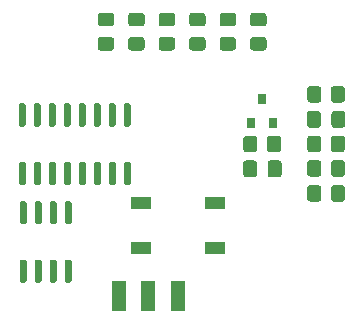
<source format=gbr>
%TF.GenerationSoftware,KiCad,Pcbnew,(5.1.9-0-10_14)*%
%TF.CreationDate,2021-04-10T21:21:16-04:00*%
%TF.ProjectId,Hexo,4865786f-2e6b-4696-9361-645f70636258,1*%
%TF.SameCoordinates,Original*%
%TF.FileFunction,Paste,Top*%
%TF.FilePolarity,Positive*%
%FSLAX46Y46*%
G04 Gerber Fmt 4.6, Leading zero omitted, Abs format (unit mm)*
G04 Created by KiCad (PCBNEW (5.1.9-0-10_14)) date 2021-04-10 21:21:16*
%MOMM*%
%LPD*%
G01*
G04 APERTURE LIST*
%ADD10R,1.250000X2.500000*%
%ADD11R,1.700000X1.000000*%
%ADD12R,0.800000X0.900000*%
G04 APERTURE END LIST*
%TO.C,R3*%
G36*
G01*
X163022498Y-96858999D02*
X163022498Y-97759001D01*
G75*
G02*
X162772499Y-98009000I-249999J0D01*
G01*
X162072497Y-98009000D01*
G75*
G02*
X161822498Y-97759001I0J249999D01*
G01*
X161822498Y-96858999D01*
G75*
G02*
X162072497Y-96609000I249999J0D01*
G01*
X162772499Y-96609000D01*
G75*
G02*
X163022498Y-96858999I0J-249999D01*
G01*
G37*
G36*
G01*
X165022498Y-96858999D02*
X165022498Y-97759001D01*
G75*
G02*
X164772499Y-98009000I-249999J0D01*
G01*
X164072497Y-98009000D01*
G75*
G02*
X163822498Y-97759001I0J249999D01*
G01*
X163822498Y-96858999D01*
G75*
G02*
X164072497Y-96609000I249999J0D01*
G01*
X164772499Y-96609000D01*
G75*
G02*
X165022498Y-96858999I0J-249999D01*
G01*
G37*
%TD*%
%TO.C,C1*%
G36*
G01*
X159645880Y-94754000D02*
X159645880Y-95704000D01*
G75*
G02*
X159395880Y-95954000I-250000J0D01*
G01*
X158720880Y-95954000D01*
G75*
G02*
X158470880Y-95704000I0J250000D01*
G01*
X158470880Y-94754000D01*
G75*
G02*
X158720880Y-94504000I250000J0D01*
G01*
X159395880Y-94504000D01*
G75*
G02*
X159645880Y-94754000I0J-250000D01*
G01*
G37*
G36*
G01*
X157570880Y-94754000D02*
X157570880Y-95704000D01*
G75*
G02*
X157320880Y-95954000I-250000J0D01*
G01*
X156645880Y-95954000D01*
G75*
G02*
X156395880Y-95704000I0J250000D01*
G01*
X156395880Y-94754000D01*
G75*
G02*
X156645880Y-94504000I250000J0D01*
G01*
X157320880Y-94504000D01*
G75*
G02*
X157570880Y-94754000I0J-250000D01*
G01*
G37*
%TD*%
D10*
%TO.C,SW2*%
X145880880Y-105959000D03*
X148380880Y-105959000D03*
X150880880Y-105959000D03*
%TD*%
D11*
%TO.C,SW1*%
X154030880Y-101909000D03*
X147730880Y-101909000D03*
X154030880Y-98109000D03*
X147730880Y-98109000D03*
%TD*%
%TO.C,U2*%
G36*
G01*
X146435880Y-94639000D02*
X146735880Y-94639000D01*
G75*
G02*
X146885880Y-94789000I0J-150000D01*
G01*
X146885880Y-96439000D01*
G75*
G02*
X146735880Y-96589000I-150000J0D01*
G01*
X146435880Y-96589000D01*
G75*
G02*
X146285880Y-96439000I0J150000D01*
G01*
X146285880Y-94789000D01*
G75*
G02*
X146435880Y-94639000I150000J0D01*
G01*
G37*
G36*
G01*
X145165880Y-94639000D02*
X145465880Y-94639000D01*
G75*
G02*
X145615880Y-94789000I0J-150000D01*
G01*
X145615880Y-96439000D01*
G75*
G02*
X145465880Y-96589000I-150000J0D01*
G01*
X145165880Y-96589000D01*
G75*
G02*
X145015880Y-96439000I0J150000D01*
G01*
X145015880Y-94789000D01*
G75*
G02*
X145165880Y-94639000I150000J0D01*
G01*
G37*
G36*
G01*
X143895880Y-94639000D02*
X144195880Y-94639000D01*
G75*
G02*
X144345880Y-94789000I0J-150000D01*
G01*
X144345880Y-96439000D01*
G75*
G02*
X144195880Y-96589000I-150000J0D01*
G01*
X143895880Y-96589000D01*
G75*
G02*
X143745880Y-96439000I0J150000D01*
G01*
X143745880Y-94789000D01*
G75*
G02*
X143895880Y-94639000I150000J0D01*
G01*
G37*
G36*
G01*
X142625880Y-94639000D02*
X142925880Y-94639000D01*
G75*
G02*
X143075880Y-94789000I0J-150000D01*
G01*
X143075880Y-96439000D01*
G75*
G02*
X142925880Y-96589000I-150000J0D01*
G01*
X142625880Y-96589000D01*
G75*
G02*
X142475880Y-96439000I0J150000D01*
G01*
X142475880Y-94789000D01*
G75*
G02*
X142625880Y-94639000I150000J0D01*
G01*
G37*
G36*
G01*
X141355880Y-94639000D02*
X141655880Y-94639000D01*
G75*
G02*
X141805880Y-94789000I0J-150000D01*
G01*
X141805880Y-96439000D01*
G75*
G02*
X141655880Y-96589000I-150000J0D01*
G01*
X141355880Y-96589000D01*
G75*
G02*
X141205880Y-96439000I0J150000D01*
G01*
X141205880Y-94789000D01*
G75*
G02*
X141355880Y-94639000I150000J0D01*
G01*
G37*
G36*
G01*
X140085880Y-94639000D02*
X140385880Y-94639000D01*
G75*
G02*
X140535880Y-94789000I0J-150000D01*
G01*
X140535880Y-96439000D01*
G75*
G02*
X140385880Y-96589000I-150000J0D01*
G01*
X140085880Y-96589000D01*
G75*
G02*
X139935880Y-96439000I0J150000D01*
G01*
X139935880Y-94789000D01*
G75*
G02*
X140085880Y-94639000I150000J0D01*
G01*
G37*
G36*
G01*
X138815880Y-94639000D02*
X139115880Y-94639000D01*
G75*
G02*
X139265880Y-94789000I0J-150000D01*
G01*
X139265880Y-96439000D01*
G75*
G02*
X139115880Y-96589000I-150000J0D01*
G01*
X138815880Y-96589000D01*
G75*
G02*
X138665880Y-96439000I0J150000D01*
G01*
X138665880Y-94789000D01*
G75*
G02*
X138815880Y-94639000I150000J0D01*
G01*
G37*
G36*
G01*
X137545880Y-94639000D02*
X137845880Y-94639000D01*
G75*
G02*
X137995880Y-94789000I0J-150000D01*
G01*
X137995880Y-96439000D01*
G75*
G02*
X137845880Y-96589000I-150000J0D01*
G01*
X137545880Y-96589000D01*
G75*
G02*
X137395880Y-96439000I0J150000D01*
G01*
X137395880Y-94789000D01*
G75*
G02*
X137545880Y-94639000I150000J0D01*
G01*
G37*
G36*
G01*
X137545880Y-89689000D02*
X137845880Y-89689000D01*
G75*
G02*
X137995880Y-89839000I0J-150000D01*
G01*
X137995880Y-91489000D01*
G75*
G02*
X137845880Y-91639000I-150000J0D01*
G01*
X137545880Y-91639000D01*
G75*
G02*
X137395880Y-91489000I0J150000D01*
G01*
X137395880Y-89839000D01*
G75*
G02*
X137545880Y-89689000I150000J0D01*
G01*
G37*
G36*
G01*
X138815880Y-89689000D02*
X139115880Y-89689000D01*
G75*
G02*
X139265880Y-89839000I0J-150000D01*
G01*
X139265880Y-91489000D01*
G75*
G02*
X139115880Y-91639000I-150000J0D01*
G01*
X138815880Y-91639000D01*
G75*
G02*
X138665880Y-91489000I0J150000D01*
G01*
X138665880Y-89839000D01*
G75*
G02*
X138815880Y-89689000I150000J0D01*
G01*
G37*
G36*
G01*
X140085880Y-89689000D02*
X140385880Y-89689000D01*
G75*
G02*
X140535880Y-89839000I0J-150000D01*
G01*
X140535880Y-91489000D01*
G75*
G02*
X140385880Y-91639000I-150000J0D01*
G01*
X140085880Y-91639000D01*
G75*
G02*
X139935880Y-91489000I0J150000D01*
G01*
X139935880Y-89839000D01*
G75*
G02*
X140085880Y-89689000I150000J0D01*
G01*
G37*
G36*
G01*
X141355880Y-89689000D02*
X141655880Y-89689000D01*
G75*
G02*
X141805880Y-89839000I0J-150000D01*
G01*
X141805880Y-91489000D01*
G75*
G02*
X141655880Y-91639000I-150000J0D01*
G01*
X141355880Y-91639000D01*
G75*
G02*
X141205880Y-91489000I0J150000D01*
G01*
X141205880Y-89839000D01*
G75*
G02*
X141355880Y-89689000I150000J0D01*
G01*
G37*
G36*
G01*
X142625880Y-89689000D02*
X142925880Y-89689000D01*
G75*
G02*
X143075880Y-89839000I0J-150000D01*
G01*
X143075880Y-91489000D01*
G75*
G02*
X142925880Y-91639000I-150000J0D01*
G01*
X142625880Y-91639000D01*
G75*
G02*
X142475880Y-91489000I0J150000D01*
G01*
X142475880Y-89839000D01*
G75*
G02*
X142625880Y-89689000I150000J0D01*
G01*
G37*
G36*
G01*
X143895880Y-89689000D02*
X144195880Y-89689000D01*
G75*
G02*
X144345880Y-89839000I0J-150000D01*
G01*
X144345880Y-91489000D01*
G75*
G02*
X144195880Y-91639000I-150000J0D01*
G01*
X143895880Y-91639000D01*
G75*
G02*
X143745880Y-91489000I0J150000D01*
G01*
X143745880Y-89839000D01*
G75*
G02*
X143895880Y-89689000I150000J0D01*
G01*
G37*
G36*
G01*
X145165880Y-89689000D02*
X145465880Y-89689000D01*
G75*
G02*
X145615880Y-89839000I0J-150000D01*
G01*
X145615880Y-91489000D01*
G75*
G02*
X145465880Y-91639000I-150000J0D01*
G01*
X145165880Y-91639000D01*
G75*
G02*
X145015880Y-91489000I0J150000D01*
G01*
X145015880Y-89839000D01*
G75*
G02*
X145165880Y-89689000I150000J0D01*
G01*
G37*
G36*
G01*
X146435880Y-89689000D02*
X146735880Y-89689000D01*
G75*
G02*
X146885880Y-89839000I0J-150000D01*
G01*
X146885880Y-91489000D01*
G75*
G02*
X146735880Y-91639000I-150000J0D01*
G01*
X146435880Y-91639000D01*
G75*
G02*
X146285880Y-91489000I0J150000D01*
G01*
X146285880Y-89839000D01*
G75*
G02*
X146435880Y-89689000I150000J0D01*
G01*
G37*
%TD*%
%TO.C,U1*%
G36*
G01*
X137915880Y-99909000D02*
X137615880Y-99909000D01*
G75*
G02*
X137465880Y-99759000I0J150000D01*
G01*
X137465880Y-98109000D01*
G75*
G02*
X137615880Y-97959000I150000J0D01*
G01*
X137915880Y-97959000D01*
G75*
G02*
X138065880Y-98109000I0J-150000D01*
G01*
X138065880Y-99759000D01*
G75*
G02*
X137915880Y-99909000I-150000J0D01*
G01*
G37*
G36*
G01*
X139185880Y-99909000D02*
X138885880Y-99909000D01*
G75*
G02*
X138735880Y-99759000I0J150000D01*
G01*
X138735880Y-98109000D01*
G75*
G02*
X138885880Y-97959000I150000J0D01*
G01*
X139185880Y-97959000D01*
G75*
G02*
X139335880Y-98109000I0J-150000D01*
G01*
X139335880Y-99759000D01*
G75*
G02*
X139185880Y-99909000I-150000J0D01*
G01*
G37*
G36*
G01*
X140455880Y-99909000D02*
X140155880Y-99909000D01*
G75*
G02*
X140005880Y-99759000I0J150000D01*
G01*
X140005880Y-98109000D01*
G75*
G02*
X140155880Y-97959000I150000J0D01*
G01*
X140455880Y-97959000D01*
G75*
G02*
X140605880Y-98109000I0J-150000D01*
G01*
X140605880Y-99759000D01*
G75*
G02*
X140455880Y-99909000I-150000J0D01*
G01*
G37*
G36*
G01*
X141725880Y-99909000D02*
X141425880Y-99909000D01*
G75*
G02*
X141275880Y-99759000I0J150000D01*
G01*
X141275880Y-98109000D01*
G75*
G02*
X141425880Y-97959000I150000J0D01*
G01*
X141725880Y-97959000D01*
G75*
G02*
X141875880Y-98109000I0J-150000D01*
G01*
X141875880Y-99759000D01*
G75*
G02*
X141725880Y-99909000I-150000J0D01*
G01*
G37*
G36*
G01*
X141725880Y-104859000D02*
X141425880Y-104859000D01*
G75*
G02*
X141275880Y-104709000I0J150000D01*
G01*
X141275880Y-103059000D01*
G75*
G02*
X141425880Y-102909000I150000J0D01*
G01*
X141725880Y-102909000D01*
G75*
G02*
X141875880Y-103059000I0J-150000D01*
G01*
X141875880Y-104709000D01*
G75*
G02*
X141725880Y-104859000I-150000J0D01*
G01*
G37*
G36*
G01*
X140455880Y-104859000D02*
X140155880Y-104859000D01*
G75*
G02*
X140005880Y-104709000I0J150000D01*
G01*
X140005880Y-103059000D01*
G75*
G02*
X140155880Y-102909000I150000J0D01*
G01*
X140455880Y-102909000D01*
G75*
G02*
X140605880Y-103059000I0J-150000D01*
G01*
X140605880Y-104709000D01*
G75*
G02*
X140455880Y-104859000I-150000J0D01*
G01*
G37*
G36*
G01*
X139185880Y-104859000D02*
X138885880Y-104859000D01*
G75*
G02*
X138735880Y-104709000I0J150000D01*
G01*
X138735880Y-103059000D01*
G75*
G02*
X138885880Y-102909000I150000J0D01*
G01*
X139185880Y-102909000D01*
G75*
G02*
X139335880Y-103059000I0J-150000D01*
G01*
X139335880Y-104709000D01*
G75*
G02*
X139185880Y-104859000I-150000J0D01*
G01*
G37*
G36*
G01*
X137915880Y-104859000D02*
X137615880Y-104859000D01*
G75*
G02*
X137465880Y-104709000I0J150000D01*
G01*
X137465880Y-103059000D01*
G75*
G02*
X137615880Y-102909000I150000J0D01*
G01*
X137915880Y-102909000D01*
G75*
G02*
X138065880Y-103059000I0J-150000D01*
G01*
X138065880Y-104709000D01*
G75*
G02*
X137915880Y-104859000I-150000J0D01*
G01*
G37*
%TD*%
%TO.C,R5*%
G36*
G01*
X163022498Y-88468999D02*
X163022498Y-89369001D01*
G75*
G02*
X162772499Y-89619000I-249999J0D01*
G01*
X162072497Y-89619000D01*
G75*
G02*
X161822498Y-89369001I0J249999D01*
G01*
X161822498Y-88468999D01*
G75*
G02*
X162072497Y-88219000I249999J0D01*
G01*
X162772499Y-88219000D01*
G75*
G02*
X163022498Y-88468999I0J-249999D01*
G01*
G37*
G36*
G01*
X165022498Y-88468999D02*
X165022498Y-89369001D01*
G75*
G02*
X164772499Y-89619000I-249999J0D01*
G01*
X164072497Y-89619000D01*
G75*
G02*
X163822498Y-89369001I0J249999D01*
G01*
X163822498Y-88468999D01*
G75*
G02*
X164072497Y-88219000I249999J0D01*
G01*
X164772499Y-88219000D01*
G75*
G02*
X165022498Y-88468999I0J-249999D01*
G01*
G37*
%TD*%
%TO.C,R4*%
G36*
G01*
X163022498Y-94741120D02*
X163022498Y-95641122D01*
G75*
G02*
X162772499Y-95891121I-249999J0D01*
G01*
X162072497Y-95891121D01*
G75*
G02*
X161822498Y-95641122I0J249999D01*
G01*
X161822498Y-94741120D01*
G75*
G02*
X162072497Y-94491121I249999J0D01*
G01*
X162772499Y-94491121D01*
G75*
G02*
X163022498Y-94741120I0J-249999D01*
G01*
G37*
G36*
G01*
X165022498Y-94741120D02*
X165022498Y-95641122D01*
G75*
G02*
X164772499Y-95891121I-249999J0D01*
G01*
X164072497Y-95891121D01*
G75*
G02*
X163822498Y-95641122I0J249999D01*
G01*
X163822498Y-94741120D01*
G75*
G02*
X164072497Y-94491121I249999J0D01*
G01*
X164772499Y-94491121D01*
G75*
G02*
X165022498Y-94741120I0J-249999D01*
G01*
G37*
%TD*%
%TO.C,R2*%
G36*
G01*
X163822498Y-93563338D02*
X163822498Y-92663336D01*
G75*
G02*
X164072497Y-92413337I249999J0D01*
G01*
X164772499Y-92413337D01*
G75*
G02*
X165022498Y-92663336I0J-249999D01*
G01*
X165022498Y-93563338D01*
G75*
G02*
X164772499Y-93813337I-249999J0D01*
G01*
X164072497Y-93813337D01*
G75*
G02*
X163822498Y-93563338I0J249999D01*
G01*
G37*
G36*
G01*
X161822498Y-93563338D02*
X161822498Y-92663336D01*
G75*
G02*
X162072497Y-92413337I249999J0D01*
G01*
X162772499Y-92413337D01*
G75*
G02*
X163022498Y-92663336I0J-249999D01*
G01*
X163022498Y-93563338D01*
G75*
G02*
X162772499Y-93813337I-249999J0D01*
G01*
X162072497Y-93813337D01*
G75*
G02*
X161822498Y-93563338I0J249999D01*
G01*
G37*
%TD*%
%TO.C,R1*%
G36*
G01*
X157610144Y-92673471D02*
X157610144Y-93573473D01*
G75*
G02*
X157360145Y-93823472I-249999J0D01*
G01*
X156660143Y-93823472D01*
G75*
G02*
X156410144Y-93573473I0J249999D01*
G01*
X156410144Y-92673471D01*
G75*
G02*
X156660143Y-92423472I249999J0D01*
G01*
X157360145Y-92423472D01*
G75*
G02*
X157610144Y-92673471I0J-249999D01*
G01*
G37*
G36*
G01*
X159610144Y-92673471D02*
X159610144Y-93573473D01*
G75*
G02*
X159360145Y-93823472I-249999J0D01*
G01*
X158660143Y-93823472D01*
G75*
G02*
X158410144Y-93573473I0J249999D01*
G01*
X158410144Y-92673471D01*
G75*
G02*
X158660143Y-92423472I249999J0D01*
G01*
X159360145Y-92423472D01*
G75*
G02*
X159610144Y-92673471I0J-249999D01*
G01*
G37*
%TD*%
D12*
%TO.C,Q1*%
X158010144Y-89324580D03*
X158960144Y-91324580D03*
X157060144Y-91324580D03*
%TD*%
%TO.C,D6*%
G36*
G01*
X157230879Y-84062544D02*
X158130881Y-84062544D01*
G75*
G02*
X158380880Y-84312543I0J-249999D01*
G01*
X158380880Y-84962545D01*
G75*
G02*
X158130881Y-85212544I-249999J0D01*
G01*
X157230879Y-85212544D01*
G75*
G02*
X156980880Y-84962545I0J249999D01*
G01*
X156980880Y-84312543D01*
G75*
G02*
X157230879Y-84062544I249999J0D01*
G01*
G37*
G36*
G01*
X157230879Y-82012544D02*
X158130881Y-82012544D01*
G75*
G02*
X158380880Y-82262543I0J-249999D01*
G01*
X158380880Y-82912545D01*
G75*
G02*
X158130881Y-83162544I-249999J0D01*
G01*
X157230879Y-83162544D01*
G75*
G02*
X156980880Y-82912545I0J249999D01*
G01*
X156980880Y-82262543D01*
G75*
G02*
X157230879Y-82012544I249999J0D01*
G01*
G37*
%TD*%
%TO.C,D5*%
G36*
G01*
X154650879Y-84062544D02*
X155550881Y-84062544D01*
G75*
G02*
X155800880Y-84312543I0J-249999D01*
G01*
X155800880Y-84962545D01*
G75*
G02*
X155550881Y-85212544I-249999J0D01*
G01*
X154650879Y-85212544D01*
G75*
G02*
X154400880Y-84962545I0J249999D01*
G01*
X154400880Y-84312543D01*
G75*
G02*
X154650879Y-84062544I249999J0D01*
G01*
G37*
G36*
G01*
X154650879Y-82012544D02*
X155550881Y-82012544D01*
G75*
G02*
X155800880Y-82262543I0J-249999D01*
G01*
X155800880Y-82912545D01*
G75*
G02*
X155550881Y-83162544I-249999J0D01*
G01*
X154650879Y-83162544D01*
G75*
G02*
X154400880Y-82912545I0J249999D01*
G01*
X154400880Y-82262543D01*
G75*
G02*
X154650879Y-82012544I249999J0D01*
G01*
G37*
%TD*%
%TO.C,D4*%
G36*
G01*
X152070879Y-84062544D02*
X152970881Y-84062544D01*
G75*
G02*
X153220880Y-84312543I0J-249999D01*
G01*
X153220880Y-84962545D01*
G75*
G02*
X152970881Y-85212544I-249999J0D01*
G01*
X152070879Y-85212544D01*
G75*
G02*
X151820880Y-84962545I0J249999D01*
G01*
X151820880Y-84312543D01*
G75*
G02*
X152070879Y-84062544I249999J0D01*
G01*
G37*
G36*
G01*
X152070879Y-82012544D02*
X152970881Y-82012544D01*
G75*
G02*
X153220880Y-82262543I0J-249999D01*
G01*
X153220880Y-82912545D01*
G75*
G02*
X152970881Y-83162544I-249999J0D01*
G01*
X152070879Y-83162544D01*
G75*
G02*
X151820880Y-82912545I0J249999D01*
G01*
X151820880Y-82262543D01*
G75*
G02*
X152070879Y-82012544I249999J0D01*
G01*
G37*
%TD*%
%TO.C,D3*%
G36*
G01*
X149490879Y-84062544D02*
X150390881Y-84062544D01*
G75*
G02*
X150640880Y-84312543I0J-249999D01*
G01*
X150640880Y-84962545D01*
G75*
G02*
X150390881Y-85212544I-249999J0D01*
G01*
X149490879Y-85212544D01*
G75*
G02*
X149240880Y-84962545I0J249999D01*
G01*
X149240880Y-84312543D01*
G75*
G02*
X149490879Y-84062544I249999J0D01*
G01*
G37*
G36*
G01*
X149490879Y-82012544D02*
X150390881Y-82012544D01*
G75*
G02*
X150640880Y-82262543I0J-249999D01*
G01*
X150640880Y-82912545D01*
G75*
G02*
X150390881Y-83162544I-249999J0D01*
G01*
X149490879Y-83162544D01*
G75*
G02*
X149240880Y-82912545I0J249999D01*
G01*
X149240880Y-82262543D01*
G75*
G02*
X149490879Y-82012544I249999J0D01*
G01*
G37*
%TD*%
%TO.C,D2*%
G36*
G01*
X146910879Y-84062544D02*
X147810881Y-84062544D01*
G75*
G02*
X148060880Y-84312543I0J-249999D01*
G01*
X148060880Y-84962545D01*
G75*
G02*
X147810881Y-85212544I-249999J0D01*
G01*
X146910879Y-85212544D01*
G75*
G02*
X146660880Y-84962545I0J249999D01*
G01*
X146660880Y-84312543D01*
G75*
G02*
X146910879Y-84062544I249999J0D01*
G01*
G37*
G36*
G01*
X146910879Y-82012544D02*
X147810881Y-82012544D01*
G75*
G02*
X148060880Y-82262543I0J-249999D01*
G01*
X148060880Y-82912545D01*
G75*
G02*
X147810881Y-83162544I-249999J0D01*
G01*
X146910879Y-83162544D01*
G75*
G02*
X146660880Y-82912545I0J249999D01*
G01*
X146660880Y-82262543D01*
G75*
G02*
X146910879Y-82012544I249999J0D01*
G01*
G37*
%TD*%
%TO.C,D1*%
G36*
G01*
X144330879Y-84062544D02*
X145230881Y-84062544D01*
G75*
G02*
X145480880Y-84312543I0J-249999D01*
G01*
X145480880Y-84962545D01*
G75*
G02*
X145230881Y-85212544I-249999J0D01*
G01*
X144330879Y-85212544D01*
G75*
G02*
X144080880Y-84962545I0J249999D01*
G01*
X144080880Y-84312543D01*
G75*
G02*
X144330879Y-84062544I249999J0D01*
G01*
G37*
G36*
G01*
X144330879Y-82012544D02*
X145230881Y-82012544D01*
G75*
G02*
X145480880Y-82262543I0J-249999D01*
G01*
X145480880Y-82912545D01*
G75*
G02*
X145230881Y-83162544I-249999J0D01*
G01*
X144330879Y-83162544D01*
G75*
G02*
X144080880Y-82912545I0J249999D01*
G01*
X144080880Y-82262543D01*
G75*
G02*
X144330879Y-82012544I249999J0D01*
G01*
G37*
%TD*%
%TO.C,C2*%
G36*
G01*
X163872498Y-91509445D02*
X163872498Y-90559445D01*
G75*
G02*
X164122498Y-90309445I250000J0D01*
G01*
X164797498Y-90309445D01*
G75*
G02*
X165047498Y-90559445I0J-250000D01*
G01*
X165047498Y-91509445D01*
G75*
G02*
X164797498Y-91759445I-250000J0D01*
G01*
X164122498Y-91759445D01*
G75*
G02*
X163872498Y-91509445I0J250000D01*
G01*
G37*
G36*
G01*
X161797498Y-91509445D02*
X161797498Y-90559445D01*
G75*
G02*
X162047498Y-90309445I250000J0D01*
G01*
X162722498Y-90309445D01*
G75*
G02*
X162972498Y-90559445I0J-250000D01*
G01*
X162972498Y-91509445D01*
G75*
G02*
X162722498Y-91759445I-250000J0D01*
G01*
X162047498Y-91759445D01*
G75*
G02*
X161797498Y-91509445I0J250000D01*
G01*
G37*
%TD*%
M02*

</source>
